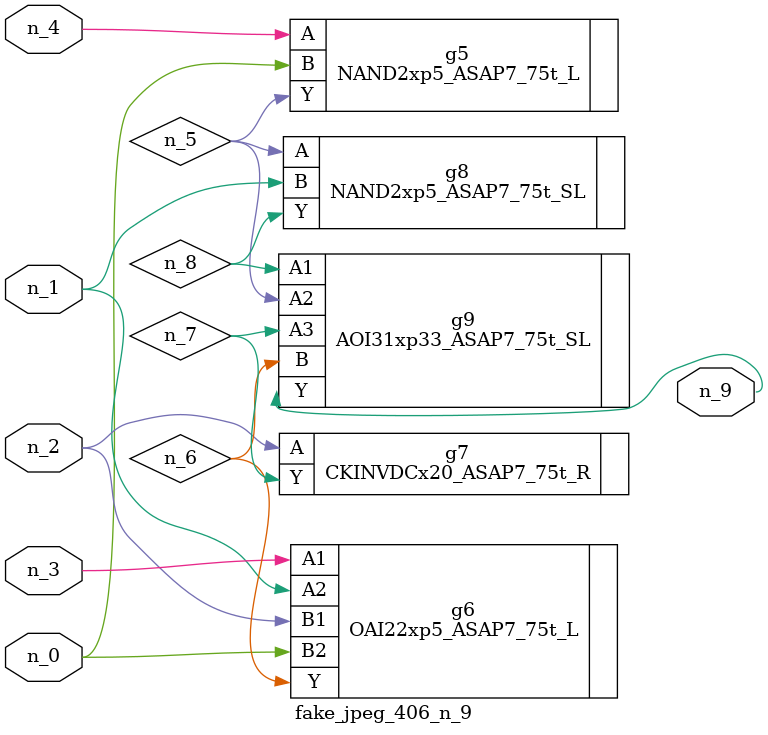
<source format=v>
module fake_jpeg_406_n_9 (n_3, n_2, n_1, n_0, n_4, n_9);

input n_3;
input n_2;
input n_1;
input n_0;
input n_4;

output n_9;

wire n_8;
wire n_6;
wire n_5;
wire n_7;

NAND2xp5_ASAP7_75t_L g5 ( 
.A(n_4),
.B(n_0),
.Y(n_5)
);

OAI22xp5_ASAP7_75t_L g6 ( 
.A1(n_3),
.A2(n_1),
.B1(n_2),
.B2(n_0),
.Y(n_6)
);

CKINVDCx20_ASAP7_75t_R g7 ( 
.A(n_2),
.Y(n_7)
);

NAND2xp5_ASAP7_75t_SL g8 ( 
.A(n_5),
.B(n_1),
.Y(n_8)
);

AOI31xp33_ASAP7_75t_SL g9 ( 
.A1(n_8),
.A2(n_5),
.A3(n_7),
.B(n_6),
.Y(n_9)
);


endmodule
</source>
